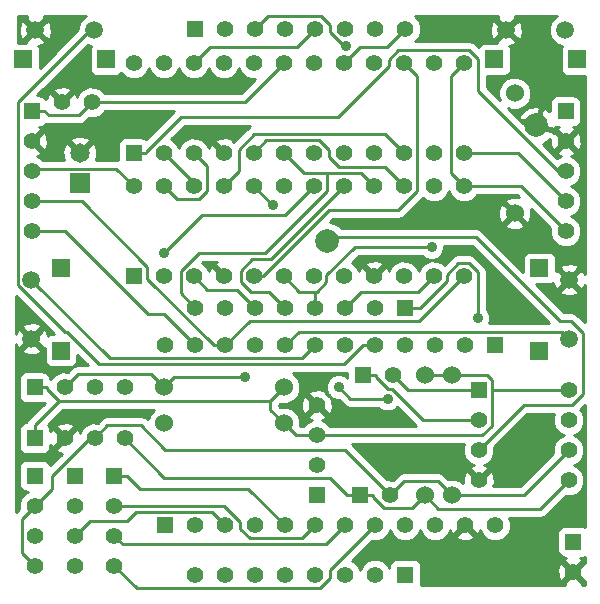
<source format=gtl>
G04 (created by PCBNEW (2013-07-07 BZR 4022)-stable) date 01/06/2014 18:16:58*
%MOIN*%
G04 Gerber Fmt 3.4, Leading zero omitted, Abs format*
%FSLAX34Y34*%
G01*
G70*
G90*
G04 APERTURE LIST*
%ADD10C,0.00590551*%
%ADD11R,0.055X0.055*%
%ADD12C,0.055*%
%ADD13C,0.06*%
%ADD14R,0.065X0.065*%
%ADD15C,0.065*%
%ADD16C,0.0590551*%
%ADD17R,0.0590551X0.0590551*%
%ADD18C,0.0787402*%
%ADD19C,0.035*%
%ADD20C,0.01*%
G04 APERTURE END LIST*
G54D10*
G54D11*
X78750Y-29450D03*
G54D12*
X79750Y-29450D03*
X80750Y-29450D03*
X81750Y-29450D03*
X82750Y-29450D03*
X83750Y-29450D03*
X84750Y-29450D03*
X85750Y-29450D03*
G54D11*
X85750Y-47650D03*
G54D12*
X84750Y-47650D03*
X83750Y-47650D03*
X82750Y-47650D03*
X81750Y-47650D03*
X80750Y-47650D03*
X79750Y-47650D03*
X78750Y-47650D03*
G54D13*
X89400Y-31600D03*
X89400Y-35600D03*
X81700Y-42600D03*
X77700Y-42600D03*
G54D11*
X76700Y-33600D03*
G54D12*
X77700Y-33600D03*
X78700Y-33600D03*
X79700Y-33600D03*
X80700Y-33600D03*
X81700Y-33600D03*
X82700Y-33600D03*
X83700Y-33600D03*
X84700Y-33600D03*
X85700Y-33600D03*
X86700Y-33600D03*
X87700Y-33600D03*
X87700Y-30600D03*
X86700Y-30600D03*
X85700Y-30600D03*
X84700Y-30600D03*
X83700Y-30600D03*
X82700Y-30600D03*
X81700Y-30600D03*
X80700Y-30600D03*
X79700Y-30600D03*
X78700Y-30600D03*
X77700Y-30600D03*
X76700Y-30600D03*
G54D14*
X74900Y-34600D03*
G54D15*
X74900Y-33600D03*
G54D12*
X74300Y-31900D03*
X75300Y-31900D03*
G54D11*
X85750Y-38750D03*
G54D12*
X84750Y-38750D03*
X83750Y-38750D03*
X82750Y-38750D03*
X81750Y-38750D03*
X80750Y-38750D03*
X79750Y-38750D03*
X78750Y-38750D03*
G54D11*
X77750Y-46000D03*
G54D12*
X78750Y-46000D03*
X79750Y-46000D03*
X80750Y-46000D03*
X81750Y-46000D03*
X82750Y-46000D03*
X83750Y-46000D03*
X84750Y-46000D03*
X85750Y-46000D03*
X86750Y-46000D03*
X87750Y-46000D03*
X88750Y-46000D03*
G54D11*
X88750Y-40000D03*
G54D12*
X87750Y-40000D03*
X86750Y-40000D03*
X85750Y-40000D03*
X84750Y-40000D03*
X83750Y-40000D03*
X82750Y-40000D03*
X81750Y-40000D03*
X80750Y-40000D03*
X79750Y-40000D03*
X78750Y-40000D03*
X77750Y-40000D03*
G54D11*
X76700Y-37700D03*
G54D12*
X77700Y-37700D03*
X78700Y-37700D03*
X79700Y-37700D03*
X80700Y-37700D03*
X81700Y-37700D03*
X82700Y-37700D03*
X83700Y-37700D03*
X84700Y-37700D03*
X85700Y-37700D03*
X86700Y-37700D03*
X87700Y-37700D03*
X87700Y-34700D03*
X86700Y-34700D03*
X85700Y-34700D03*
X84700Y-34700D03*
X83700Y-34700D03*
X82700Y-34700D03*
X81700Y-34700D03*
X80700Y-34700D03*
X79700Y-34700D03*
X78700Y-34700D03*
X77700Y-34700D03*
X76700Y-34700D03*
G54D11*
X73400Y-43100D03*
G54D12*
X74400Y-43100D03*
X75400Y-43100D03*
X76400Y-43100D03*
G54D11*
X84250Y-45000D03*
G54D12*
X85250Y-45000D03*
G54D13*
X81700Y-41400D03*
X77700Y-41400D03*
X87300Y-45000D03*
X87300Y-41000D03*
X86400Y-45000D03*
X86400Y-41000D03*
G54D11*
X88200Y-41500D03*
G54D12*
X88200Y-42500D03*
X88200Y-43500D03*
X88200Y-44500D03*
X91200Y-44500D03*
X91200Y-43500D03*
X91200Y-42500D03*
X91200Y-41500D03*
G54D11*
X73400Y-41400D03*
G54D12*
X74400Y-41400D03*
X75400Y-41400D03*
X76400Y-41400D03*
G54D11*
X82800Y-45000D03*
G54D12*
X82800Y-44000D03*
X82800Y-43000D03*
X82800Y-42000D03*
G54D16*
X91209Y-39784D03*
X91209Y-37815D03*
G54D17*
X90225Y-40177D03*
X90225Y-37422D03*
G54D16*
X73290Y-37815D03*
X73290Y-39784D03*
G54D17*
X74274Y-37422D03*
X74274Y-40177D03*
G54D16*
X91084Y-29490D03*
X89115Y-29490D03*
G54D17*
X91477Y-30474D03*
X88722Y-30474D03*
G54D16*
X75384Y-29490D03*
X73415Y-29490D03*
G54D17*
X75777Y-30474D03*
X73022Y-30474D03*
G54D11*
X73300Y-32200D03*
G54D12*
X73300Y-33200D03*
X73300Y-34200D03*
X73300Y-35200D03*
X73300Y-36200D03*
G54D11*
X91100Y-32200D03*
G54D12*
X91100Y-33200D03*
X91100Y-34200D03*
X91100Y-35200D03*
X91100Y-36200D03*
G54D11*
X73400Y-44350D03*
G54D12*
X73400Y-45350D03*
X73400Y-46350D03*
X73400Y-47350D03*
G54D11*
X74750Y-44350D03*
G54D12*
X74750Y-45350D03*
X74750Y-46350D03*
X74750Y-47350D03*
G54D11*
X76050Y-44350D03*
G54D12*
X76050Y-45350D03*
X76050Y-46350D03*
X76050Y-47350D03*
G54D11*
X84350Y-41000D03*
G54D12*
X85350Y-41000D03*
G54D11*
X91350Y-46550D03*
G54D12*
X91350Y-47550D03*
G54D18*
X83156Y-36526D03*
X90111Y-32670D03*
G54D19*
X88161Y-39089D03*
X83790Y-30025D03*
X81347Y-35323D03*
X86628Y-36722D03*
X85163Y-41782D03*
X83528Y-41386D03*
X80412Y-41048D03*
X77717Y-36918D03*
G54D20*
X86258Y-38750D02*
X85750Y-38750D01*
X87137Y-37870D02*
X86258Y-38750D01*
X87137Y-37647D02*
X87137Y-37870D01*
X87510Y-37274D02*
X87137Y-37647D01*
X87877Y-37274D02*
X87510Y-37274D01*
X88161Y-37558D02*
X87877Y-37274D01*
X88161Y-39089D02*
X88161Y-37558D01*
X79139Y-34039D02*
X78700Y-33600D01*
X79139Y-34862D02*
X79139Y-34039D01*
X78874Y-35126D02*
X79139Y-34862D01*
X78126Y-35126D02*
X78874Y-35126D01*
X77700Y-34700D02*
X78126Y-35126D01*
X81188Y-29011D02*
X80750Y-29450D01*
X82929Y-29011D02*
X81188Y-29011D01*
X83250Y-29332D02*
X82929Y-29011D01*
X83250Y-29571D02*
X83250Y-29332D01*
X83703Y-30025D02*
X83250Y-29571D01*
X83790Y-30025D02*
X83703Y-30025D01*
X81323Y-35323D02*
X81347Y-35323D01*
X80700Y-34700D02*
X81323Y-35323D01*
X82150Y-30050D02*
X82750Y-29450D01*
X79250Y-30050D02*
X82150Y-30050D01*
X78700Y-30600D02*
X79250Y-30050D01*
X86137Y-31037D02*
X85700Y-30600D01*
X86137Y-34872D02*
X86137Y-31037D01*
X85518Y-35491D02*
X86137Y-34872D01*
X83207Y-35491D02*
X85518Y-35491D01*
X80998Y-37700D02*
X83207Y-35491D01*
X80700Y-37700D02*
X80998Y-37700D01*
X85150Y-30050D02*
X85750Y-29450D01*
X84250Y-30050D02*
X85150Y-30050D01*
X83700Y-30600D02*
X84250Y-30050D01*
X81125Y-33174D02*
X80700Y-33600D01*
X82890Y-33174D02*
X81125Y-33174D01*
X83200Y-33483D02*
X82890Y-33174D01*
X83200Y-33723D02*
X83200Y-33483D01*
X83550Y-34074D02*
X83200Y-33723D01*
X85074Y-34074D02*
X83550Y-34074D01*
X85700Y-34700D02*
X85074Y-34074D01*
X84269Y-38230D02*
X83750Y-38750D01*
X86169Y-38230D02*
X84269Y-38230D01*
X86700Y-37700D02*
X86169Y-38230D01*
X82750Y-38219D02*
X82750Y-38750D01*
X82219Y-38219D02*
X82750Y-38219D01*
X81700Y-37700D02*
X82219Y-38219D01*
X82795Y-38219D02*
X82750Y-38219D01*
X83125Y-37890D02*
X82795Y-38219D01*
X83125Y-37667D02*
X83125Y-37890D01*
X84070Y-36722D02*
X83125Y-37667D01*
X86628Y-36722D02*
X84070Y-36722D01*
X81219Y-38219D02*
X81750Y-38750D01*
X80617Y-38219D02*
X81219Y-38219D01*
X80274Y-37877D02*
X80617Y-38219D01*
X80274Y-37509D02*
X80274Y-37877D01*
X80653Y-37130D02*
X80274Y-37509D01*
X81269Y-37130D02*
X80653Y-37130D01*
X83700Y-34700D02*
X81269Y-37130D01*
X80154Y-38154D02*
X80750Y-38750D01*
X79154Y-38154D02*
X80154Y-38154D01*
X78700Y-37700D02*
X79154Y-38154D01*
X85060Y-32960D02*
X85700Y-33600D01*
X80714Y-32960D02*
X85060Y-32960D01*
X80200Y-33475D02*
X80714Y-32960D01*
X80200Y-34200D02*
X80200Y-33475D01*
X79700Y-34700D02*
X80200Y-34200D01*
X78267Y-38267D02*
X78750Y-38750D01*
X78267Y-37530D02*
X78267Y-38267D01*
X78880Y-36918D02*
X78267Y-37530D01*
X81090Y-36918D02*
X78880Y-36918D01*
X83148Y-34860D02*
X81090Y-36918D01*
X83148Y-34274D02*
X83148Y-34860D01*
X84274Y-34274D02*
X83148Y-34274D01*
X84700Y-34700D02*
X84274Y-34274D01*
X82374Y-34274D02*
X81700Y-33600D01*
X83148Y-34274D02*
X82374Y-34274D01*
X78700Y-34600D02*
X78700Y-34700D01*
X77700Y-33600D02*
X78700Y-34600D01*
X80525Y-44775D02*
X81750Y-46000D01*
X76900Y-44775D02*
X80525Y-44775D01*
X76475Y-44350D02*
X76900Y-44775D01*
X76050Y-44350D02*
X76475Y-44350D01*
X82319Y-46430D02*
X82750Y-46000D01*
X80561Y-46430D02*
X82319Y-46430D01*
X80250Y-46119D02*
X80561Y-46430D01*
X80250Y-45881D02*
X80250Y-46119D01*
X79718Y-45350D02*
X80250Y-45881D01*
X76050Y-45350D02*
X79718Y-45350D01*
X83119Y-46630D02*
X83750Y-46000D01*
X76330Y-46630D02*
X83119Y-46630D01*
X76050Y-46350D02*
X76330Y-46630D01*
X83250Y-47500D02*
X84750Y-46000D01*
X83250Y-47761D02*
X83250Y-47500D01*
X82915Y-48095D02*
X83250Y-47761D01*
X76795Y-48095D02*
X82915Y-48095D01*
X76050Y-47350D02*
X76795Y-48095D01*
X84250Y-45000D02*
X83824Y-45000D01*
X77725Y-44425D02*
X76400Y-43100D01*
X83250Y-44425D02*
X77725Y-44425D01*
X83824Y-45000D02*
X83250Y-44425D01*
X86850Y-45450D02*
X86400Y-45000D01*
X90249Y-45450D02*
X86850Y-45450D01*
X91200Y-44500D02*
X90249Y-45450D01*
X84250Y-45000D02*
X84675Y-45000D01*
X84675Y-45053D02*
X84675Y-45000D01*
X85047Y-45425D02*
X84675Y-45053D01*
X85974Y-45425D02*
X85047Y-45425D01*
X86400Y-45000D02*
X85974Y-45425D01*
X89700Y-45000D02*
X87300Y-45000D01*
X91200Y-43500D02*
X89700Y-45000D01*
X85708Y-44541D02*
X85250Y-45000D01*
X86841Y-44541D02*
X85708Y-44541D01*
X87300Y-45000D02*
X86841Y-44541D01*
X75825Y-42674D02*
X75400Y-43100D01*
X76948Y-42674D02*
X75825Y-42674D01*
X77755Y-43480D02*
X76948Y-42674D01*
X83730Y-43480D02*
X77755Y-43480D01*
X85250Y-45000D02*
X83730Y-43480D01*
X73974Y-44775D02*
X73400Y-45350D01*
X73974Y-44362D02*
X73974Y-44775D01*
X75237Y-43100D02*
X73974Y-44362D01*
X75400Y-43100D02*
X75237Y-43100D01*
X72968Y-46918D02*
X73400Y-47350D01*
X72968Y-45781D02*
X72968Y-46918D01*
X73400Y-45350D02*
X72968Y-45781D01*
X77715Y-38965D02*
X78750Y-40000D01*
X77168Y-38965D02*
X77715Y-38965D01*
X74402Y-36200D02*
X77168Y-38965D01*
X73300Y-36200D02*
X74402Y-36200D01*
X89600Y-34700D02*
X87700Y-34700D01*
X91100Y-36200D02*
X89600Y-34700D01*
X87262Y-31037D02*
X87700Y-30600D01*
X87262Y-34262D02*
X87262Y-31037D01*
X87700Y-34700D02*
X87262Y-34262D01*
X79300Y-45550D02*
X79750Y-46000D01*
X76775Y-45550D02*
X79300Y-45550D01*
X76475Y-45850D02*
X76775Y-45550D01*
X75250Y-45850D02*
X76475Y-45850D01*
X74750Y-46350D02*
X75250Y-45850D01*
X84351Y-40000D02*
X84750Y-40000D01*
X83712Y-40639D02*
X84351Y-40000D01*
X75556Y-40639D02*
X83712Y-40639D01*
X74477Y-39559D02*
X75556Y-40639D01*
X74396Y-39559D02*
X74477Y-39559D01*
X72828Y-37991D02*
X74396Y-39559D01*
X72828Y-31906D02*
X72828Y-37991D01*
X75244Y-29490D02*
X72828Y-31906D01*
X75384Y-29490D02*
X75244Y-29490D01*
X83924Y-41782D02*
X83528Y-41386D01*
X85163Y-41782D02*
X83924Y-41782D01*
X82311Y-40438D02*
X82750Y-40000D01*
X75913Y-40438D02*
X82311Y-40438D01*
X73290Y-37815D02*
X75913Y-40438D01*
X82195Y-39554D02*
X81750Y-40000D01*
X90979Y-39554D02*
X82195Y-39554D01*
X91209Y-39784D02*
X90979Y-39554D01*
X78051Y-41048D02*
X77700Y-41400D01*
X80412Y-41048D02*
X78051Y-41048D01*
X77272Y-40972D02*
X77700Y-41400D01*
X74827Y-40972D02*
X77272Y-40972D01*
X74400Y-41400D02*
X74827Y-40972D01*
X89500Y-33600D02*
X87700Y-33600D01*
X91100Y-35200D02*
X89500Y-33600D01*
X80574Y-39175D02*
X79750Y-40000D01*
X86224Y-39175D02*
X80574Y-39175D01*
X87700Y-37700D02*
X86224Y-39175D01*
X79380Y-40000D02*
X79750Y-40000D01*
X77158Y-37777D02*
X79380Y-40000D01*
X77158Y-37387D02*
X77158Y-37777D01*
X74970Y-35200D02*
X77158Y-37387D01*
X73300Y-35200D02*
X74970Y-35200D01*
X76700Y-33600D02*
X77125Y-33600D01*
X90855Y-34200D02*
X91100Y-34200D01*
X88180Y-31524D02*
X90855Y-34200D01*
X88180Y-30453D02*
X88180Y-31524D01*
X87891Y-30164D02*
X88180Y-30453D01*
X85520Y-30164D02*
X87891Y-30164D01*
X85200Y-30484D02*
X85520Y-30164D01*
X85200Y-30706D02*
X85200Y-30484D01*
X83508Y-32397D02*
X85200Y-30706D01*
X78274Y-32397D02*
X83508Y-32397D01*
X77125Y-33546D02*
X78274Y-32397D01*
X77125Y-33600D02*
X77125Y-33546D01*
X76124Y-34124D02*
X76700Y-34700D01*
X73375Y-34124D02*
X76124Y-34124D01*
X73300Y-34200D02*
X73375Y-34124D01*
X78980Y-35654D02*
X77717Y-36918D01*
X81745Y-35654D02*
X78980Y-35654D01*
X82700Y-34700D02*
X81745Y-35654D01*
X83285Y-36397D02*
X83156Y-36526D01*
X88105Y-36397D02*
X83285Y-36397D01*
X90902Y-39194D02*
X88105Y-36397D01*
X91268Y-39194D02*
X90902Y-39194D01*
X91678Y-39603D02*
X91268Y-39194D01*
X91678Y-41625D02*
X91678Y-39603D01*
X91303Y-42000D02*
X91678Y-41625D01*
X89700Y-42000D02*
X91303Y-42000D01*
X88200Y-43500D02*
X89700Y-42000D01*
X85850Y-41500D02*
X85350Y-41000D01*
X88200Y-41500D02*
X85850Y-41500D01*
X84350Y-41000D02*
X84775Y-41000D01*
X84775Y-41053D02*
X84775Y-41000D01*
X85179Y-41457D02*
X84775Y-41053D01*
X85298Y-41457D02*
X85179Y-41457D01*
X86340Y-42500D02*
X85298Y-41457D01*
X88200Y-42500D02*
X86340Y-42500D01*
X73300Y-32200D02*
X73725Y-32200D01*
X74861Y-32338D02*
X75300Y-31900D01*
X73864Y-32338D02*
X74861Y-32338D01*
X73725Y-32200D02*
X73864Y-32338D01*
X80400Y-31900D02*
X81700Y-30600D01*
X75300Y-31900D02*
X80400Y-31900D01*
X87300Y-41000D02*
X86400Y-41000D01*
X91200Y-41500D02*
X88637Y-41500D01*
X88637Y-41156D02*
X88637Y-41500D01*
X88481Y-41000D02*
X88637Y-41156D01*
X87300Y-41000D02*
X88481Y-41000D01*
X88320Y-43000D02*
X82800Y-43000D01*
X88637Y-42683D02*
X88320Y-43000D01*
X88637Y-41500D02*
X88637Y-42683D01*
X73400Y-41400D02*
X73825Y-41400D01*
X73400Y-42674D02*
X73400Y-42674D01*
X74223Y-41851D02*
X73400Y-42674D01*
X73825Y-41453D02*
X73825Y-41400D01*
X74223Y-41851D02*
X73825Y-41453D01*
X73400Y-43100D02*
X73400Y-42674D01*
X82100Y-43000D02*
X81700Y-42600D01*
X82800Y-43000D02*
X82100Y-43000D01*
X81248Y-42148D02*
X81248Y-41851D01*
X81700Y-42600D02*
X81248Y-42148D01*
X81700Y-41400D02*
X81248Y-41851D01*
X81248Y-41851D02*
X74223Y-41851D01*
G54D10*
G36*
X75095Y-29019D02*
X75075Y-29028D01*
X74922Y-29181D01*
X74839Y-29381D01*
X74838Y-29471D01*
X73965Y-30344D01*
X73965Y-29571D01*
X73954Y-29354D01*
X73893Y-29205D01*
X73798Y-29178D01*
X73486Y-29490D01*
X73798Y-29802D01*
X73893Y-29775D01*
X73965Y-29571D01*
X73965Y-30344D01*
X73567Y-30743D01*
X73567Y-30720D01*
X73567Y-30130D01*
X73529Y-30038D01*
X73522Y-30031D01*
X73551Y-30029D01*
X73700Y-29967D01*
X73727Y-29873D01*
X73415Y-29561D01*
X73345Y-29631D01*
X73345Y-29490D01*
X73033Y-29178D01*
X72938Y-29205D01*
X72865Y-29409D01*
X72876Y-29626D01*
X72938Y-29775D01*
X73033Y-29802D01*
X73345Y-29490D01*
X73345Y-29631D01*
X73103Y-29873D01*
X73119Y-29929D01*
X72841Y-29929D01*
X72848Y-29019D01*
X73128Y-29019D01*
X73103Y-29108D01*
X73415Y-29419D01*
X73727Y-29108D01*
X73702Y-29019D01*
X75095Y-29019D01*
X75095Y-29019D01*
G37*
G54D20*
X75095Y-29019D02*
X75075Y-29028D01*
X74922Y-29181D01*
X74839Y-29381D01*
X74838Y-29471D01*
X73965Y-30344D01*
X73965Y-29571D01*
X73954Y-29354D01*
X73893Y-29205D01*
X73798Y-29178D01*
X73486Y-29490D01*
X73798Y-29802D01*
X73893Y-29775D01*
X73965Y-29571D01*
X73965Y-30344D01*
X73567Y-30743D01*
X73567Y-30720D01*
X73567Y-30130D01*
X73529Y-30038D01*
X73522Y-30031D01*
X73551Y-30029D01*
X73700Y-29967D01*
X73727Y-29873D01*
X73415Y-29561D01*
X73345Y-29631D01*
X73345Y-29490D01*
X73033Y-29178D01*
X72938Y-29205D01*
X72865Y-29409D01*
X72876Y-29626D01*
X72938Y-29775D01*
X73033Y-29802D01*
X73345Y-29490D01*
X73345Y-29631D01*
X73103Y-29873D01*
X73119Y-29929D01*
X72841Y-29929D01*
X72848Y-29019D01*
X73128Y-29019D01*
X73103Y-29108D01*
X73415Y-29419D01*
X73727Y-29108D01*
X73702Y-29019D01*
X75095Y-29019D01*
G54D10*
G36*
X76476Y-41405D02*
X76405Y-41476D01*
X76400Y-41470D01*
X76394Y-41476D01*
X76323Y-41405D01*
X76329Y-41400D01*
X76323Y-41394D01*
X76394Y-41323D01*
X76400Y-41329D01*
X76405Y-41323D01*
X76476Y-41394D01*
X76470Y-41400D01*
X76476Y-41405D01*
X76476Y-41405D01*
G37*
G54D20*
X76476Y-41405D02*
X76405Y-41476D01*
X76400Y-41470D01*
X76394Y-41476D01*
X76323Y-41405D01*
X76329Y-41400D01*
X76323Y-41394D01*
X76394Y-41323D01*
X76400Y-41329D01*
X76405Y-41323D01*
X76476Y-41394D01*
X76470Y-41400D01*
X76476Y-41405D01*
G54D10*
G36*
X77370Y-42151D02*
X77234Y-42288D01*
X77161Y-42462D01*
X77160Y-42461D01*
X77063Y-42396D01*
X76948Y-42374D01*
X75825Y-42374D01*
X75711Y-42396D01*
X75613Y-42461D01*
X75500Y-42575D01*
X75296Y-42574D01*
X75103Y-42654D01*
X74955Y-42802D01*
X74902Y-42928D01*
X74860Y-42827D01*
X74767Y-42802D01*
X74697Y-42873D01*
X74697Y-42732D01*
X74672Y-42639D01*
X74475Y-42570D01*
X74267Y-42581D01*
X74127Y-42639D01*
X74102Y-42732D01*
X74400Y-43029D01*
X74697Y-42732D01*
X74697Y-42873D01*
X74470Y-43100D01*
X74476Y-43105D01*
X74405Y-43176D01*
X74400Y-43170D01*
X74102Y-43467D01*
X74127Y-43560D01*
X74293Y-43619D01*
X73914Y-43999D01*
X73887Y-43933D01*
X73816Y-43863D01*
X73724Y-43825D01*
X73625Y-43824D01*
X73075Y-43824D01*
X72983Y-43862D01*
X72913Y-43933D01*
X72875Y-44025D01*
X72874Y-44124D01*
X72874Y-44674D01*
X72912Y-44766D01*
X72983Y-44836D01*
X73075Y-44874D01*
X73174Y-44875D01*
X73174Y-44875D01*
X73103Y-44904D01*
X72955Y-45052D01*
X72875Y-45245D01*
X72874Y-45450D01*
X72769Y-45556D01*
X72769Y-39964D01*
X72813Y-40069D01*
X72908Y-40096D01*
X73219Y-39784D01*
X72908Y-39472D01*
X72813Y-39499D01*
X72769Y-39621D01*
X72769Y-39184D01*
X72776Y-38363D01*
X74045Y-39632D01*
X73930Y-39632D01*
X73838Y-39670D01*
X73831Y-39677D01*
X73829Y-39648D01*
X73767Y-39499D01*
X73673Y-39472D01*
X73602Y-39543D01*
X73602Y-39401D01*
X73575Y-39306D01*
X73371Y-39234D01*
X73154Y-39245D01*
X73005Y-39306D01*
X72978Y-39401D01*
X73290Y-39713D01*
X73602Y-39401D01*
X73602Y-39543D01*
X73361Y-39784D01*
X73673Y-40096D01*
X73729Y-40080D01*
X73729Y-40522D01*
X73767Y-40614D01*
X73837Y-40685D01*
X73929Y-40723D01*
X74029Y-40723D01*
X74619Y-40723D01*
X74711Y-40685D01*
X74781Y-40615D01*
X74820Y-40523D01*
X74820Y-40423D01*
X74820Y-40326D01*
X75166Y-40672D01*
X74827Y-40672D01*
X74712Y-40695D01*
X74614Y-40760D01*
X74500Y-40875D01*
X74296Y-40874D01*
X74103Y-40954D01*
X73955Y-41102D01*
X73945Y-41126D01*
X73939Y-41122D01*
X73925Y-41119D01*
X73925Y-41075D01*
X73887Y-40983D01*
X73816Y-40913D01*
X73724Y-40875D01*
X73625Y-40874D01*
X73602Y-40874D01*
X73602Y-40166D01*
X73290Y-39854D01*
X72978Y-40166D01*
X73005Y-40261D01*
X73209Y-40334D01*
X73426Y-40323D01*
X73575Y-40261D01*
X73602Y-40166D01*
X73602Y-40874D01*
X73075Y-40874D01*
X72983Y-40912D01*
X72913Y-40983D01*
X72875Y-41075D01*
X72874Y-41174D01*
X72874Y-41724D01*
X72912Y-41816D01*
X72983Y-41886D01*
X73075Y-41924D01*
X73174Y-41925D01*
X73724Y-41925D01*
X73726Y-41924D01*
X73188Y-42462D01*
X73187Y-42462D01*
X73122Y-42560D01*
X73119Y-42574D01*
X73075Y-42574D01*
X72983Y-42612D01*
X72913Y-42683D01*
X72875Y-42775D01*
X72874Y-42874D01*
X72874Y-43424D01*
X72912Y-43516D01*
X72983Y-43586D01*
X73075Y-43624D01*
X73174Y-43625D01*
X73724Y-43625D01*
X73816Y-43587D01*
X73886Y-43516D01*
X73924Y-43424D01*
X73925Y-43337D01*
X73939Y-43372D01*
X74032Y-43397D01*
X74329Y-43100D01*
X74032Y-42802D01*
X73939Y-42827D01*
X73925Y-42868D01*
X73925Y-42775D01*
X73887Y-42683D01*
X73851Y-42647D01*
X74347Y-42151D01*
X77370Y-42151D01*
X77370Y-42151D01*
G37*
G54D20*
X77370Y-42151D02*
X77234Y-42288D01*
X77161Y-42462D01*
X77160Y-42461D01*
X77063Y-42396D01*
X76948Y-42374D01*
X75825Y-42374D01*
X75711Y-42396D01*
X75613Y-42461D01*
X75500Y-42575D01*
X75296Y-42574D01*
X75103Y-42654D01*
X74955Y-42802D01*
X74902Y-42928D01*
X74860Y-42827D01*
X74767Y-42802D01*
X74697Y-42873D01*
X74697Y-42732D01*
X74672Y-42639D01*
X74475Y-42570D01*
X74267Y-42581D01*
X74127Y-42639D01*
X74102Y-42732D01*
X74400Y-43029D01*
X74697Y-42732D01*
X74697Y-42873D01*
X74470Y-43100D01*
X74476Y-43105D01*
X74405Y-43176D01*
X74400Y-43170D01*
X74102Y-43467D01*
X74127Y-43560D01*
X74293Y-43619D01*
X73914Y-43999D01*
X73887Y-43933D01*
X73816Y-43863D01*
X73724Y-43825D01*
X73625Y-43824D01*
X73075Y-43824D01*
X72983Y-43862D01*
X72913Y-43933D01*
X72875Y-44025D01*
X72874Y-44124D01*
X72874Y-44674D01*
X72912Y-44766D01*
X72983Y-44836D01*
X73075Y-44874D01*
X73174Y-44875D01*
X73174Y-44875D01*
X73103Y-44904D01*
X72955Y-45052D01*
X72875Y-45245D01*
X72874Y-45450D01*
X72769Y-45556D01*
X72769Y-39964D01*
X72813Y-40069D01*
X72908Y-40096D01*
X73219Y-39784D01*
X72908Y-39472D01*
X72813Y-39499D01*
X72769Y-39621D01*
X72769Y-39184D01*
X72776Y-38363D01*
X74045Y-39632D01*
X73930Y-39632D01*
X73838Y-39670D01*
X73831Y-39677D01*
X73829Y-39648D01*
X73767Y-39499D01*
X73673Y-39472D01*
X73602Y-39543D01*
X73602Y-39401D01*
X73575Y-39306D01*
X73371Y-39234D01*
X73154Y-39245D01*
X73005Y-39306D01*
X72978Y-39401D01*
X73290Y-39713D01*
X73602Y-39401D01*
X73602Y-39543D01*
X73361Y-39784D01*
X73673Y-40096D01*
X73729Y-40080D01*
X73729Y-40522D01*
X73767Y-40614D01*
X73837Y-40685D01*
X73929Y-40723D01*
X74029Y-40723D01*
X74619Y-40723D01*
X74711Y-40685D01*
X74781Y-40615D01*
X74820Y-40523D01*
X74820Y-40423D01*
X74820Y-40326D01*
X75166Y-40672D01*
X74827Y-40672D01*
X74712Y-40695D01*
X74614Y-40760D01*
X74500Y-40875D01*
X74296Y-40874D01*
X74103Y-40954D01*
X73955Y-41102D01*
X73945Y-41126D01*
X73939Y-41122D01*
X73925Y-41119D01*
X73925Y-41075D01*
X73887Y-40983D01*
X73816Y-40913D01*
X73724Y-40875D01*
X73625Y-40874D01*
X73602Y-40874D01*
X73602Y-40166D01*
X73290Y-39854D01*
X72978Y-40166D01*
X73005Y-40261D01*
X73209Y-40334D01*
X73426Y-40323D01*
X73575Y-40261D01*
X73602Y-40166D01*
X73602Y-40874D01*
X73075Y-40874D01*
X72983Y-40912D01*
X72913Y-40983D01*
X72875Y-41075D01*
X72874Y-41174D01*
X72874Y-41724D01*
X72912Y-41816D01*
X72983Y-41886D01*
X73075Y-41924D01*
X73174Y-41925D01*
X73724Y-41925D01*
X73726Y-41924D01*
X73188Y-42462D01*
X73187Y-42462D01*
X73122Y-42560D01*
X73119Y-42574D01*
X73075Y-42574D01*
X72983Y-42612D01*
X72913Y-42683D01*
X72875Y-42775D01*
X72874Y-42874D01*
X72874Y-43424D01*
X72912Y-43516D01*
X72983Y-43586D01*
X73075Y-43624D01*
X73174Y-43625D01*
X73724Y-43625D01*
X73816Y-43587D01*
X73886Y-43516D01*
X73924Y-43424D01*
X73925Y-43337D01*
X73939Y-43372D01*
X74032Y-43397D01*
X74329Y-43100D01*
X74032Y-42802D01*
X73939Y-42827D01*
X73925Y-42868D01*
X73925Y-42775D01*
X73887Y-42683D01*
X73851Y-42647D01*
X74347Y-42151D01*
X77370Y-42151D01*
G54D10*
G36*
X78047Y-32200D02*
X77125Y-33122D01*
X77116Y-33113D01*
X77024Y-33075D01*
X76925Y-33074D01*
X76375Y-33074D01*
X76283Y-33112D01*
X76213Y-33183D01*
X76175Y-33275D01*
X76174Y-33374D01*
X76174Y-33834D01*
X76124Y-33824D01*
X75430Y-33824D01*
X75479Y-33687D01*
X75469Y-33459D01*
X75401Y-33297D01*
X75304Y-33266D01*
X75233Y-33337D01*
X75233Y-33195D01*
X75202Y-33098D01*
X74987Y-33020D01*
X74759Y-33030D01*
X74597Y-33098D01*
X74566Y-33195D01*
X74900Y-33529D01*
X75233Y-33195D01*
X75233Y-33337D01*
X74970Y-33600D01*
X74976Y-33605D01*
X74905Y-33676D01*
X74900Y-33670D01*
X74894Y-33676D01*
X74823Y-33605D01*
X74829Y-33600D01*
X74495Y-33266D01*
X74398Y-33297D01*
X74320Y-33512D01*
X74330Y-33740D01*
X74365Y-33824D01*
X73829Y-33824D01*
X73829Y-33275D01*
X73818Y-33067D01*
X73760Y-32927D01*
X73667Y-32902D01*
X73370Y-33200D01*
X73667Y-33497D01*
X73760Y-33472D01*
X73829Y-33275D01*
X73829Y-33824D01*
X73667Y-33824D01*
X73597Y-33755D01*
X73471Y-33702D01*
X73572Y-33660D01*
X73597Y-33567D01*
X73300Y-33270D01*
X73294Y-33276D01*
X73223Y-33205D01*
X73229Y-33200D01*
X73223Y-33194D01*
X73294Y-33123D01*
X73300Y-33129D01*
X73597Y-32832D01*
X73572Y-32739D01*
X73531Y-32725D01*
X73624Y-32725D01*
X73716Y-32687D01*
X73781Y-32622D01*
X73864Y-32638D01*
X74861Y-32638D01*
X74861Y-32638D01*
X74975Y-32616D01*
X74975Y-32616D01*
X75073Y-32551D01*
X75199Y-32424D01*
X75403Y-32425D01*
X75597Y-32345D01*
X75742Y-32200D01*
X78047Y-32200D01*
X78047Y-32200D01*
G37*
G54D20*
X78047Y-32200D02*
X77125Y-33122D01*
X77116Y-33113D01*
X77024Y-33075D01*
X76925Y-33074D01*
X76375Y-33074D01*
X76283Y-33112D01*
X76213Y-33183D01*
X76175Y-33275D01*
X76174Y-33374D01*
X76174Y-33834D01*
X76124Y-33824D01*
X75430Y-33824D01*
X75479Y-33687D01*
X75469Y-33459D01*
X75401Y-33297D01*
X75304Y-33266D01*
X75233Y-33337D01*
X75233Y-33195D01*
X75202Y-33098D01*
X74987Y-33020D01*
X74759Y-33030D01*
X74597Y-33098D01*
X74566Y-33195D01*
X74900Y-33529D01*
X75233Y-33195D01*
X75233Y-33337D01*
X74970Y-33600D01*
X74976Y-33605D01*
X74905Y-33676D01*
X74900Y-33670D01*
X74894Y-33676D01*
X74823Y-33605D01*
X74829Y-33600D01*
X74495Y-33266D01*
X74398Y-33297D01*
X74320Y-33512D01*
X74330Y-33740D01*
X74365Y-33824D01*
X73829Y-33824D01*
X73829Y-33275D01*
X73818Y-33067D01*
X73760Y-32927D01*
X73667Y-32902D01*
X73370Y-33200D01*
X73667Y-33497D01*
X73760Y-33472D01*
X73829Y-33275D01*
X73829Y-33824D01*
X73667Y-33824D01*
X73597Y-33755D01*
X73471Y-33702D01*
X73572Y-33660D01*
X73597Y-33567D01*
X73300Y-33270D01*
X73294Y-33276D01*
X73223Y-33205D01*
X73229Y-33200D01*
X73223Y-33194D01*
X73294Y-33123D01*
X73300Y-33129D01*
X73597Y-32832D01*
X73572Y-32739D01*
X73531Y-32725D01*
X73624Y-32725D01*
X73716Y-32687D01*
X73781Y-32622D01*
X73864Y-32638D01*
X74861Y-32638D01*
X74861Y-32638D01*
X74975Y-32616D01*
X74975Y-32616D01*
X75073Y-32551D01*
X75199Y-32424D01*
X75403Y-32425D01*
X75597Y-32345D01*
X75742Y-32200D01*
X78047Y-32200D01*
G54D10*
G36*
X79776Y-37705D02*
X79705Y-37776D01*
X79700Y-37770D01*
X79694Y-37776D01*
X79623Y-37705D01*
X79629Y-37700D01*
X79332Y-37402D01*
X79239Y-37427D01*
X79200Y-37537D01*
X79145Y-37403D01*
X78997Y-37255D01*
X78976Y-37246D01*
X79004Y-37218D01*
X79478Y-37218D01*
X79427Y-37239D01*
X79402Y-37332D01*
X79700Y-37629D01*
X79705Y-37623D01*
X79776Y-37694D01*
X79770Y-37700D01*
X79776Y-37705D01*
X79776Y-37705D01*
G37*
G54D20*
X79776Y-37705D02*
X79705Y-37776D01*
X79700Y-37770D01*
X79694Y-37776D01*
X79623Y-37705D01*
X79629Y-37700D01*
X79332Y-37402D01*
X79239Y-37427D01*
X79200Y-37537D01*
X79145Y-37403D01*
X78997Y-37255D01*
X78976Y-37246D01*
X79004Y-37218D01*
X79478Y-37218D01*
X79427Y-37239D01*
X79402Y-37332D01*
X79700Y-37629D01*
X79705Y-37623D01*
X79776Y-37694D01*
X79770Y-37700D01*
X79776Y-37705D01*
G54D10*
G36*
X80578Y-32697D02*
X80502Y-32748D01*
X80053Y-33197D01*
X80042Y-33186D01*
X79997Y-33232D01*
X79972Y-33139D01*
X79775Y-33070D01*
X79567Y-33081D01*
X79427Y-33139D01*
X79402Y-33232D01*
X79700Y-33529D01*
X79705Y-33523D01*
X79776Y-33594D01*
X79770Y-33600D01*
X79776Y-33605D01*
X79705Y-33676D01*
X79700Y-33670D01*
X79694Y-33676D01*
X79623Y-33605D01*
X79629Y-33600D01*
X79332Y-33302D01*
X79239Y-33327D01*
X79200Y-33437D01*
X79145Y-33303D01*
X78997Y-33155D01*
X78804Y-33075D01*
X78596Y-33074D01*
X78403Y-33154D01*
X78255Y-33302D01*
X78199Y-33435D01*
X78145Y-33303D01*
X77997Y-33155D01*
X77957Y-33138D01*
X78398Y-32697D01*
X80578Y-32697D01*
X80578Y-32697D01*
G37*
G54D20*
X80578Y-32697D02*
X80502Y-32748D01*
X80053Y-33197D01*
X80042Y-33186D01*
X79997Y-33232D01*
X79972Y-33139D01*
X79775Y-33070D01*
X79567Y-33081D01*
X79427Y-33139D01*
X79402Y-33232D01*
X79700Y-33529D01*
X79705Y-33523D01*
X79776Y-33594D01*
X79770Y-33600D01*
X79776Y-33605D01*
X79705Y-33676D01*
X79700Y-33670D01*
X79694Y-33676D01*
X79623Y-33605D01*
X79629Y-33600D01*
X79332Y-33302D01*
X79239Y-33327D01*
X79200Y-33437D01*
X79145Y-33303D01*
X78997Y-33155D01*
X78804Y-33075D01*
X78596Y-33074D01*
X78403Y-33154D01*
X78255Y-33302D01*
X78199Y-33435D01*
X78145Y-33303D01*
X77997Y-33155D01*
X77957Y-33138D01*
X78398Y-32697D01*
X80578Y-32697D01*
G54D10*
G36*
X80750Y-31125D02*
X80275Y-31600D01*
X75742Y-31600D01*
X75597Y-31455D01*
X75404Y-31375D01*
X75196Y-31374D01*
X75003Y-31454D01*
X74855Y-31602D01*
X74802Y-31728D01*
X74760Y-31627D01*
X74667Y-31602D01*
X74597Y-31673D01*
X74597Y-31532D01*
X74572Y-31439D01*
X74375Y-31370D01*
X74167Y-31381D01*
X74027Y-31439D01*
X74002Y-31532D01*
X74300Y-31829D01*
X74597Y-31532D01*
X74597Y-31673D01*
X74370Y-31900D01*
X74376Y-31905D01*
X74305Y-31976D01*
X74300Y-31970D01*
X74294Y-31976D01*
X74223Y-31905D01*
X74229Y-31900D01*
X73932Y-31602D01*
X73839Y-31627D01*
X73785Y-31781D01*
X73716Y-31713D01*
X73624Y-31675D01*
X73525Y-31674D01*
X73484Y-31674D01*
X75167Y-29991D01*
X75273Y-30035D01*
X75270Y-30037D01*
X75232Y-30129D01*
X75232Y-30229D01*
X75232Y-30819D01*
X75270Y-30911D01*
X75340Y-30981D01*
X75432Y-31020D01*
X75532Y-31020D01*
X76122Y-31020D01*
X76214Y-30982D01*
X76277Y-30919D01*
X76402Y-31044D01*
X76595Y-31124D01*
X76803Y-31125D01*
X76997Y-31045D01*
X77144Y-30897D01*
X77200Y-30764D01*
X77254Y-30897D01*
X77402Y-31044D01*
X77595Y-31124D01*
X77803Y-31125D01*
X77997Y-31045D01*
X78144Y-30897D01*
X78200Y-30764D01*
X78254Y-30897D01*
X78402Y-31044D01*
X78595Y-31124D01*
X78803Y-31125D01*
X78997Y-31045D01*
X79144Y-30897D01*
X79200Y-30764D01*
X79254Y-30897D01*
X79402Y-31044D01*
X79595Y-31124D01*
X79803Y-31125D01*
X79997Y-31045D01*
X80144Y-30897D01*
X80200Y-30764D01*
X80254Y-30897D01*
X80402Y-31044D01*
X80595Y-31124D01*
X80750Y-31125D01*
X80750Y-31125D01*
G37*
G54D20*
X80750Y-31125D02*
X80275Y-31600D01*
X75742Y-31600D01*
X75597Y-31455D01*
X75404Y-31375D01*
X75196Y-31374D01*
X75003Y-31454D01*
X74855Y-31602D01*
X74802Y-31728D01*
X74760Y-31627D01*
X74667Y-31602D01*
X74597Y-31673D01*
X74597Y-31532D01*
X74572Y-31439D01*
X74375Y-31370D01*
X74167Y-31381D01*
X74027Y-31439D01*
X74002Y-31532D01*
X74300Y-31829D01*
X74597Y-31532D01*
X74597Y-31673D01*
X74370Y-31900D01*
X74376Y-31905D01*
X74305Y-31976D01*
X74300Y-31970D01*
X74294Y-31976D01*
X74223Y-31905D01*
X74229Y-31900D01*
X73932Y-31602D01*
X73839Y-31627D01*
X73785Y-31781D01*
X73716Y-31713D01*
X73624Y-31675D01*
X73525Y-31674D01*
X73484Y-31674D01*
X75167Y-29991D01*
X75273Y-30035D01*
X75270Y-30037D01*
X75232Y-30129D01*
X75232Y-30229D01*
X75232Y-30819D01*
X75270Y-30911D01*
X75340Y-30981D01*
X75432Y-31020D01*
X75532Y-31020D01*
X76122Y-31020D01*
X76214Y-30982D01*
X76277Y-30919D01*
X76402Y-31044D01*
X76595Y-31124D01*
X76803Y-31125D01*
X76997Y-31045D01*
X77144Y-30897D01*
X77200Y-30764D01*
X77254Y-30897D01*
X77402Y-31044D01*
X77595Y-31124D01*
X77803Y-31125D01*
X77997Y-31045D01*
X78144Y-30897D01*
X78200Y-30764D01*
X78254Y-30897D01*
X78402Y-31044D01*
X78595Y-31124D01*
X78803Y-31125D01*
X78997Y-31045D01*
X79144Y-30897D01*
X79200Y-30764D01*
X79254Y-30897D01*
X79402Y-31044D01*
X79595Y-31124D01*
X79803Y-31125D01*
X79997Y-31045D01*
X80144Y-30897D01*
X80200Y-30764D01*
X80254Y-30897D01*
X80402Y-31044D01*
X80595Y-31124D01*
X80750Y-31125D01*
G54D10*
G36*
X82876Y-44005D02*
X82805Y-44076D01*
X82800Y-44070D01*
X82794Y-44076D01*
X82723Y-44005D01*
X82729Y-44000D01*
X82723Y-43994D01*
X82794Y-43923D01*
X82800Y-43929D01*
X82805Y-43923D01*
X82876Y-43994D01*
X82870Y-44000D01*
X82876Y-44005D01*
X82876Y-44005D01*
G37*
G54D20*
X82876Y-44005D02*
X82805Y-44076D01*
X82800Y-44070D01*
X82794Y-44076D01*
X82723Y-44005D01*
X82729Y-44000D01*
X82723Y-43994D01*
X82794Y-43923D01*
X82800Y-43929D01*
X82805Y-43923D01*
X82876Y-43994D01*
X82870Y-44000D01*
X82876Y-44005D01*
G54D10*
G36*
X84776Y-33605D02*
X84705Y-33676D01*
X84700Y-33670D01*
X84694Y-33676D01*
X84623Y-33605D01*
X84629Y-33600D01*
X84623Y-33594D01*
X84694Y-33523D01*
X84700Y-33529D01*
X84705Y-33523D01*
X84776Y-33594D01*
X84770Y-33600D01*
X84776Y-33605D01*
X84776Y-33605D01*
G37*
G54D20*
X84776Y-33605D02*
X84705Y-33676D01*
X84700Y-33670D01*
X84694Y-33676D01*
X84623Y-33605D01*
X84629Y-33600D01*
X84623Y-33594D01*
X84694Y-33523D01*
X84700Y-33529D01*
X84705Y-33523D01*
X84776Y-33594D01*
X84770Y-33600D01*
X84776Y-33605D01*
G54D10*
G36*
X86116Y-42700D02*
X83329Y-42700D01*
X83242Y-42700D01*
X83097Y-42555D01*
X82971Y-42502D01*
X83072Y-42460D01*
X83097Y-42367D01*
X82800Y-42070D01*
X82729Y-42141D01*
X82729Y-42000D01*
X82432Y-41702D01*
X82339Y-41727D01*
X82270Y-41924D01*
X82281Y-42132D01*
X82339Y-42272D01*
X82432Y-42297D01*
X82729Y-42000D01*
X82729Y-42141D01*
X82502Y-42367D01*
X82527Y-42460D01*
X82637Y-42499D01*
X82503Y-42554D01*
X82357Y-42700D01*
X82249Y-42700D01*
X82250Y-42491D01*
X82166Y-42288D01*
X82011Y-42134D01*
X81809Y-42050D01*
X81591Y-42049D01*
X81579Y-42054D01*
X81548Y-42024D01*
X81548Y-41975D01*
X81578Y-41945D01*
X81590Y-41949D01*
X81808Y-41950D01*
X82011Y-41866D01*
X82165Y-41711D01*
X82249Y-41509D01*
X82250Y-41291D01*
X82166Y-41088D01*
X82017Y-40939D01*
X83712Y-40939D01*
X83712Y-40939D01*
X83824Y-40916D01*
X83824Y-41082D01*
X83769Y-41026D01*
X83613Y-40962D01*
X83444Y-40961D01*
X83287Y-41026D01*
X83168Y-41145D01*
X83103Y-41302D01*
X83103Y-41471D01*
X83157Y-41601D01*
X83142Y-41586D01*
X83097Y-41632D01*
X83072Y-41539D01*
X82875Y-41470D01*
X82667Y-41481D01*
X82527Y-41539D01*
X82502Y-41632D01*
X82800Y-41929D01*
X82805Y-41923D01*
X82876Y-41994D01*
X82870Y-42000D01*
X83167Y-42297D01*
X83260Y-42272D01*
X83329Y-42075D01*
X83318Y-41867D01*
X83260Y-41727D01*
X83167Y-41702D01*
X83205Y-41665D01*
X83287Y-41747D01*
X83443Y-41811D01*
X83529Y-41811D01*
X83712Y-41995D01*
X83809Y-42060D01*
X83924Y-42082D01*
X84862Y-42082D01*
X84922Y-42142D01*
X85078Y-42207D01*
X85247Y-42207D01*
X85404Y-42143D01*
X85482Y-42065D01*
X86116Y-42700D01*
X86116Y-42700D01*
G37*
G54D20*
X86116Y-42700D02*
X83329Y-42700D01*
X83242Y-42700D01*
X83097Y-42555D01*
X82971Y-42502D01*
X83072Y-42460D01*
X83097Y-42367D01*
X82800Y-42070D01*
X82729Y-42141D01*
X82729Y-42000D01*
X82432Y-41702D01*
X82339Y-41727D01*
X82270Y-41924D01*
X82281Y-42132D01*
X82339Y-42272D01*
X82432Y-42297D01*
X82729Y-42000D01*
X82729Y-42141D01*
X82502Y-42367D01*
X82527Y-42460D01*
X82637Y-42499D01*
X82503Y-42554D01*
X82357Y-42700D01*
X82249Y-42700D01*
X82250Y-42491D01*
X82166Y-42288D01*
X82011Y-42134D01*
X81809Y-42050D01*
X81591Y-42049D01*
X81579Y-42054D01*
X81548Y-42024D01*
X81548Y-41975D01*
X81578Y-41945D01*
X81590Y-41949D01*
X81808Y-41950D01*
X82011Y-41866D01*
X82165Y-41711D01*
X82249Y-41509D01*
X82250Y-41291D01*
X82166Y-41088D01*
X82017Y-40939D01*
X83712Y-40939D01*
X83712Y-40939D01*
X83824Y-40916D01*
X83824Y-41082D01*
X83769Y-41026D01*
X83613Y-40962D01*
X83444Y-40961D01*
X83287Y-41026D01*
X83168Y-41145D01*
X83103Y-41302D01*
X83103Y-41471D01*
X83157Y-41601D01*
X83142Y-41586D01*
X83097Y-41632D01*
X83072Y-41539D01*
X82875Y-41470D01*
X82667Y-41481D01*
X82527Y-41539D01*
X82502Y-41632D01*
X82800Y-41929D01*
X82805Y-41923D01*
X82876Y-41994D01*
X82870Y-42000D01*
X83167Y-42297D01*
X83260Y-42272D01*
X83329Y-42075D01*
X83318Y-41867D01*
X83260Y-41727D01*
X83167Y-41702D01*
X83205Y-41665D01*
X83287Y-41747D01*
X83443Y-41811D01*
X83529Y-41811D01*
X83712Y-41995D01*
X83809Y-42060D01*
X83924Y-42082D01*
X84862Y-42082D01*
X84922Y-42142D01*
X85078Y-42207D01*
X85247Y-42207D01*
X85404Y-42143D01*
X85482Y-42065D01*
X86116Y-42700D01*
G54D10*
G36*
X90538Y-39254D02*
X88552Y-39254D01*
X88586Y-39174D01*
X88586Y-39005D01*
X88521Y-38849D01*
X88461Y-38788D01*
X88461Y-37558D01*
X88461Y-37558D01*
X88438Y-37443D01*
X88373Y-37346D01*
X88373Y-37346D01*
X88089Y-37062D01*
X87992Y-36997D01*
X87877Y-36974D01*
X87510Y-36974D01*
X87395Y-36997D01*
X87297Y-37062D01*
X87051Y-37309D01*
X86997Y-37255D01*
X86804Y-37175D01*
X86596Y-37174D01*
X86403Y-37254D01*
X86255Y-37402D01*
X86199Y-37535D01*
X86145Y-37403D01*
X85997Y-37255D01*
X85804Y-37175D01*
X85596Y-37174D01*
X85403Y-37254D01*
X85255Y-37402D01*
X85202Y-37528D01*
X85160Y-37427D01*
X85067Y-37402D01*
X84997Y-37473D01*
X84997Y-37332D01*
X84972Y-37239D01*
X84775Y-37170D01*
X84567Y-37181D01*
X84427Y-37239D01*
X84402Y-37332D01*
X84700Y-37629D01*
X84997Y-37332D01*
X84997Y-37473D01*
X84770Y-37700D01*
X84776Y-37705D01*
X84705Y-37776D01*
X84700Y-37770D01*
X84694Y-37776D01*
X84623Y-37705D01*
X84629Y-37700D01*
X84332Y-37402D01*
X84239Y-37427D01*
X84200Y-37537D01*
X84145Y-37403D01*
X83997Y-37255D01*
X83972Y-37244D01*
X84194Y-37022D01*
X86327Y-37022D01*
X86387Y-37082D01*
X86543Y-37147D01*
X86712Y-37147D01*
X86868Y-37082D01*
X86988Y-36963D01*
X87053Y-36807D01*
X87053Y-36697D01*
X87981Y-36697D01*
X90538Y-39254D01*
X90538Y-39254D01*
G37*
G54D20*
X90538Y-39254D02*
X88552Y-39254D01*
X88586Y-39174D01*
X88586Y-39005D01*
X88521Y-38849D01*
X88461Y-38788D01*
X88461Y-37558D01*
X88461Y-37558D01*
X88438Y-37443D01*
X88373Y-37346D01*
X88373Y-37346D01*
X88089Y-37062D01*
X87992Y-36997D01*
X87877Y-36974D01*
X87510Y-36974D01*
X87395Y-36997D01*
X87297Y-37062D01*
X87051Y-37309D01*
X86997Y-37255D01*
X86804Y-37175D01*
X86596Y-37174D01*
X86403Y-37254D01*
X86255Y-37402D01*
X86199Y-37535D01*
X86145Y-37403D01*
X85997Y-37255D01*
X85804Y-37175D01*
X85596Y-37174D01*
X85403Y-37254D01*
X85255Y-37402D01*
X85202Y-37528D01*
X85160Y-37427D01*
X85067Y-37402D01*
X84997Y-37473D01*
X84997Y-37332D01*
X84972Y-37239D01*
X84775Y-37170D01*
X84567Y-37181D01*
X84427Y-37239D01*
X84402Y-37332D01*
X84700Y-37629D01*
X84997Y-37332D01*
X84997Y-37473D01*
X84770Y-37700D01*
X84776Y-37705D01*
X84705Y-37776D01*
X84700Y-37770D01*
X84694Y-37776D01*
X84623Y-37705D01*
X84629Y-37700D01*
X84332Y-37402D01*
X84239Y-37427D01*
X84200Y-37537D01*
X84145Y-37403D01*
X83997Y-37255D01*
X83972Y-37244D01*
X84194Y-37022D01*
X86327Y-37022D01*
X86387Y-37082D01*
X86543Y-37147D01*
X86712Y-37147D01*
X86868Y-37082D01*
X86988Y-36963D01*
X87053Y-36807D01*
X87053Y-36697D01*
X87981Y-36697D01*
X90538Y-39254D01*
G54D10*
G36*
X91035Y-43000D02*
X90903Y-43054D01*
X90755Y-43202D01*
X90675Y-43395D01*
X90674Y-43600D01*
X89575Y-44700D01*
X88686Y-44700D01*
X88729Y-44575D01*
X88718Y-44367D01*
X88660Y-44227D01*
X88567Y-44202D01*
X88270Y-44500D01*
X88276Y-44505D01*
X88205Y-44576D01*
X88200Y-44570D01*
X88194Y-44576D01*
X88123Y-44505D01*
X88129Y-44500D01*
X87832Y-44202D01*
X87739Y-44227D01*
X87670Y-44424D01*
X87679Y-44601D01*
X87611Y-44534D01*
X87409Y-44450D01*
X87191Y-44449D01*
X87179Y-44454D01*
X87054Y-44329D01*
X86956Y-44264D01*
X86841Y-44241D01*
X85708Y-44241D01*
X85593Y-44264D01*
X85495Y-44329D01*
X85350Y-44475D01*
X85149Y-44474D01*
X83974Y-43300D01*
X87714Y-43300D01*
X87675Y-43395D01*
X87674Y-43603D01*
X87754Y-43797D01*
X87902Y-43944D01*
X88028Y-43997D01*
X87927Y-44039D01*
X87902Y-44132D01*
X88200Y-44429D01*
X88497Y-44132D01*
X88472Y-44039D01*
X88362Y-44000D01*
X88497Y-43945D01*
X88644Y-43797D01*
X88724Y-43604D01*
X88725Y-43399D01*
X89824Y-42300D01*
X90714Y-42300D01*
X90675Y-42395D01*
X90674Y-42603D01*
X90754Y-42797D01*
X90902Y-42944D01*
X91035Y-43000D01*
X91035Y-43000D01*
G37*
G54D20*
X91035Y-43000D02*
X90903Y-43054D01*
X90755Y-43202D01*
X90675Y-43395D01*
X90674Y-43600D01*
X89575Y-44700D01*
X88686Y-44700D01*
X88729Y-44575D01*
X88718Y-44367D01*
X88660Y-44227D01*
X88567Y-44202D01*
X88270Y-44500D01*
X88276Y-44505D01*
X88205Y-44576D01*
X88200Y-44570D01*
X88194Y-44576D01*
X88123Y-44505D01*
X88129Y-44500D01*
X87832Y-44202D01*
X87739Y-44227D01*
X87670Y-44424D01*
X87679Y-44601D01*
X87611Y-44534D01*
X87409Y-44450D01*
X87191Y-44449D01*
X87179Y-44454D01*
X87054Y-44329D01*
X86956Y-44264D01*
X86841Y-44241D01*
X85708Y-44241D01*
X85593Y-44264D01*
X85495Y-44329D01*
X85350Y-44475D01*
X85149Y-44474D01*
X83974Y-43300D01*
X87714Y-43300D01*
X87675Y-43395D01*
X87674Y-43603D01*
X87754Y-43797D01*
X87902Y-43944D01*
X88028Y-43997D01*
X87927Y-44039D01*
X87902Y-44132D01*
X88200Y-44429D01*
X88497Y-44132D01*
X88472Y-44039D01*
X88362Y-44000D01*
X88497Y-43945D01*
X88644Y-43797D01*
X88724Y-43604D01*
X88725Y-43399D01*
X89824Y-42300D01*
X90714Y-42300D01*
X90675Y-42395D01*
X90674Y-42603D01*
X90754Y-42797D01*
X90902Y-42944D01*
X91035Y-43000D01*
G54D10*
G36*
X91730Y-39231D02*
X91521Y-39022D01*
X91521Y-38198D01*
X91209Y-37886D01*
X90897Y-38198D01*
X90924Y-38293D01*
X91128Y-38365D01*
X91345Y-38354D01*
X91494Y-38293D01*
X91521Y-38198D01*
X91521Y-39022D01*
X91480Y-38981D01*
X91382Y-38916D01*
X91268Y-38894D01*
X91026Y-38894D01*
X90099Y-37967D01*
X90569Y-37967D01*
X90661Y-37929D01*
X90668Y-37922D01*
X90670Y-37951D01*
X90732Y-38100D01*
X90826Y-38127D01*
X91138Y-37815D01*
X90826Y-37503D01*
X90770Y-37519D01*
X90770Y-37077D01*
X90732Y-36985D01*
X90662Y-36914D01*
X90570Y-36876D01*
X90470Y-36876D01*
X89880Y-36876D01*
X89788Y-36914D01*
X89718Y-36984D01*
X89715Y-36991D01*
X89715Y-35985D01*
X89400Y-35670D01*
X89329Y-35741D01*
X89329Y-35600D01*
X89014Y-35284D01*
X88918Y-35312D01*
X88845Y-35518D01*
X88856Y-35736D01*
X88918Y-35887D01*
X89014Y-35915D01*
X89329Y-35600D01*
X89329Y-35741D01*
X89084Y-35985D01*
X89112Y-36081D01*
X89318Y-36154D01*
X89536Y-36143D01*
X89687Y-36081D01*
X89715Y-35985D01*
X89715Y-36991D01*
X89679Y-37076D01*
X89679Y-37176D01*
X89679Y-37547D01*
X88317Y-36185D01*
X88220Y-36120D01*
X88105Y-36097D01*
X83637Y-36097D01*
X83521Y-35981D01*
X83284Y-35882D01*
X83239Y-35882D01*
X83331Y-35791D01*
X85518Y-35791D01*
X85518Y-35791D01*
X85633Y-35768D01*
X85633Y-35768D01*
X85730Y-35703D01*
X86345Y-35088D01*
X86402Y-35144D01*
X86595Y-35224D01*
X86803Y-35225D01*
X86997Y-35145D01*
X87144Y-34997D01*
X87200Y-34864D01*
X87254Y-34997D01*
X87402Y-35144D01*
X87595Y-35224D01*
X87803Y-35225D01*
X87997Y-35145D01*
X88142Y-35000D01*
X89475Y-35000D01*
X89542Y-35066D01*
X89481Y-35045D01*
X89263Y-35056D01*
X89112Y-35118D01*
X89084Y-35214D01*
X89400Y-35529D01*
X89405Y-35523D01*
X89476Y-35594D01*
X89470Y-35600D01*
X89785Y-35915D01*
X89881Y-35887D01*
X89954Y-35681D01*
X89944Y-35468D01*
X90575Y-36099D01*
X90574Y-36303D01*
X90654Y-36497D01*
X90802Y-36644D01*
X90995Y-36724D01*
X91203Y-36725D01*
X91397Y-36645D01*
X91544Y-36497D01*
X91624Y-36304D01*
X91625Y-36096D01*
X91545Y-35903D01*
X91397Y-35755D01*
X91264Y-35699D01*
X91397Y-35645D01*
X91544Y-35497D01*
X91624Y-35304D01*
X91625Y-35096D01*
X91545Y-34903D01*
X91397Y-34755D01*
X91264Y-34699D01*
X91397Y-34645D01*
X91544Y-34497D01*
X91624Y-34304D01*
X91625Y-34096D01*
X91545Y-33903D01*
X91397Y-33755D01*
X91271Y-33702D01*
X91372Y-33660D01*
X91397Y-33567D01*
X91100Y-33270D01*
X90802Y-33567D01*
X90827Y-33660D01*
X90937Y-33699D01*
X90825Y-33745D01*
X90355Y-33275D01*
X90536Y-33166D01*
X90539Y-33169D01*
X90553Y-33156D01*
X90554Y-33155D01*
X90555Y-33153D01*
X90570Y-33138D01*
X90581Y-33332D01*
X90639Y-33472D01*
X90732Y-33497D01*
X91029Y-33200D01*
X90732Y-32902D01*
X90672Y-32918D01*
X90666Y-32882D01*
X90283Y-32772D01*
X90188Y-32676D01*
X90117Y-32747D01*
X90136Y-32766D01*
X90071Y-32991D01*
X89990Y-32911D01*
X90010Y-32843D01*
X90106Y-32747D01*
X90035Y-32676D01*
X90016Y-32695D01*
X89678Y-32598D01*
X89186Y-32106D01*
X89290Y-32149D01*
X89508Y-32150D01*
X89711Y-32066D01*
X89865Y-31911D01*
X89949Y-31709D01*
X89950Y-31491D01*
X89866Y-31288D01*
X89711Y-31134D01*
X89665Y-31114D01*
X89665Y-29571D01*
X89654Y-29354D01*
X89593Y-29205D01*
X89498Y-29178D01*
X89186Y-29490D01*
X89498Y-29802D01*
X89593Y-29775D01*
X89665Y-29571D01*
X89665Y-31114D01*
X89509Y-31050D01*
X89291Y-31049D01*
X89088Y-31133D01*
X88934Y-31288D01*
X88850Y-31490D01*
X88849Y-31708D01*
X88893Y-31813D01*
X88480Y-31400D01*
X88480Y-31020D01*
X89066Y-31020D01*
X89158Y-30982D01*
X89229Y-30911D01*
X89267Y-30820D01*
X89267Y-30720D01*
X89267Y-30130D01*
X89229Y-30038D01*
X89222Y-30031D01*
X89251Y-30029D01*
X89400Y-29967D01*
X89427Y-29873D01*
X89115Y-29561D01*
X89045Y-29631D01*
X89045Y-29490D01*
X88733Y-29178D01*
X88638Y-29205D01*
X88565Y-29409D01*
X88576Y-29626D01*
X88638Y-29775D01*
X88733Y-29802D01*
X89045Y-29490D01*
X89045Y-29631D01*
X88803Y-29873D01*
X88819Y-29929D01*
X88377Y-29929D01*
X88285Y-29967D01*
X88214Y-30037D01*
X88207Y-30056D01*
X88103Y-29952D01*
X88006Y-29887D01*
X87891Y-29864D01*
X86077Y-29864D01*
X86194Y-29747D01*
X86274Y-29554D01*
X86275Y-29346D01*
X86195Y-29153D01*
X86062Y-29019D01*
X88828Y-29019D01*
X88803Y-29108D01*
X89115Y-29419D01*
X89427Y-29108D01*
X89402Y-29019D01*
X90795Y-29019D01*
X90775Y-29028D01*
X90622Y-29181D01*
X90539Y-29381D01*
X90538Y-29598D01*
X90621Y-29799D01*
X90774Y-29952D01*
X90973Y-30035D01*
X90970Y-30037D01*
X90932Y-30129D01*
X90932Y-30229D01*
X90932Y-30819D01*
X90970Y-30911D01*
X91040Y-30981D01*
X91132Y-31020D01*
X91232Y-31020D01*
X91730Y-31020D01*
X91730Y-37635D01*
X91686Y-37530D01*
X91629Y-37514D01*
X91629Y-33275D01*
X91625Y-33186D01*
X91625Y-32425D01*
X91625Y-31875D01*
X91587Y-31783D01*
X91516Y-31713D01*
X91424Y-31675D01*
X91325Y-31674D01*
X90775Y-31674D01*
X90683Y-31712D01*
X90613Y-31783D01*
X90575Y-31875D01*
X90574Y-31974D01*
X90574Y-32207D01*
X90539Y-32172D01*
X90533Y-32178D01*
X90433Y-32099D01*
X90322Y-32115D01*
X90226Y-32451D01*
X90226Y-32088D01*
X90141Y-32015D01*
X89888Y-32053D01*
X89669Y-32186D01*
X89539Y-32349D01*
X89556Y-32459D01*
X90077Y-32609D01*
X90226Y-32088D01*
X90226Y-32451D01*
X90213Y-32498D01*
X90117Y-32594D01*
X90188Y-32665D01*
X90207Y-32646D01*
X90694Y-32786D01*
X90754Y-32716D01*
X90775Y-32724D01*
X90862Y-32725D01*
X90827Y-32739D01*
X90802Y-32832D01*
X91100Y-33129D01*
X91397Y-32832D01*
X91372Y-32739D01*
X91331Y-32725D01*
X91424Y-32725D01*
X91516Y-32687D01*
X91586Y-32616D01*
X91624Y-32524D01*
X91625Y-32425D01*
X91625Y-33186D01*
X91618Y-33067D01*
X91560Y-32927D01*
X91467Y-32902D01*
X91170Y-33200D01*
X91467Y-33497D01*
X91560Y-33472D01*
X91629Y-33275D01*
X91629Y-37514D01*
X91591Y-37503D01*
X91521Y-37574D01*
X91521Y-37433D01*
X91494Y-37338D01*
X91290Y-37265D01*
X91073Y-37276D01*
X90924Y-37338D01*
X90897Y-37433D01*
X91209Y-37745D01*
X91521Y-37433D01*
X91521Y-37574D01*
X91280Y-37815D01*
X91591Y-38127D01*
X91686Y-38100D01*
X91730Y-37978D01*
X91730Y-39231D01*
X91730Y-39231D01*
G37*
G54D20*
X91730Y-39231D02*
X91521Y-39022D01*
X91521Y-38198D01*
X91209Y-37886D01*
X90897Y-38198D01*
X90924Y-38293D01*
X91128Y-38365D01*
X91345Y-38354D01*
X91494Y-38293D01*
X91521Y-38198D01*
X91521Y-39022D01*
X91480Y-38981D01*
X91382Y-38916D01*
X91268Y-38894D01*
X91026Y-38894D01*
X90099Y-37967D01*
X90569Y-37967D01*
X90661Y-37929D01*
X90668Y-37922D01*
X90670Y-37951D01*
X90732Y-38100D01*
X90826Y-38127D01*
X91138Y-37815D01*
X90826Y-37503D01*
X90770Y-37519D01*
X90770Y-37077D01*
X90732Y-36985D01*
X90662Y-36914D01*
X90570Y-36876D01*
X90470Y-36876D01*
X89880Y-36876D01*
X89788Y-36914D01*
X89718Y-36984D01*
X89715Y-36991D01*
X89715Y-35985D01*
X89400Y-35670D01*
X89329Y-35741D01*
X89329Y-35600D01*
X89014Y-35284D01*
X88918Y-35312D01*
X88845Y-35518D01*
X88856Y-35736D01*
X88918Y-35887D01*
X89014Y-35915D01*
X89329Y-35600D01*
X89329Y-35741D01*
X89084Y-35985D01*
X89112Y-36081D01*
X89318Y-36154D01*
X89536Y-36143D01*
X89687Y-36081D01*
X89715Y-35985D01*
X89715Y-36991D01*
X89679Y-37076D01*
X89679Y-37176D01*
X89679Y-37547D01*
X88317Y-36185D01*
X88220Y-36120D01*
X88105Y-36097D01*
X83637Y-36097D01*
X83521Y-35981D01*
X83284Y-35882D01*
X83239Y-35882D01*
X83331Y-35791D01*
X85518Y-35791D01*
X85518Y-35791D01*
X85633Y-35768D01*
X85633Y-35768D01*
X85730Y-35703D01*
X86345Y-35088D01*
X86402Y-35144D01*
X86595Y-35224D01*
X86803Y-35225D01*
X86997Y-35145D01*
X87144Y-34997D01*
X87200Y-34864D01*
X87254Y-34997D01*
X87402Y-35144D01*
X87595Y-35224D01*
X87803Y-35225D01*
X87997Y-35145D01*
X88142Y-35000D01*
X89475Y-35000D01*
X89542Y-35066D01*
X89481Y-35045D01*
X89263Y-35056D01*
X89112Y-35118D01*
X89084Y-35214D01*
X89400Y-35529D01*
X89405Y-35523D01*
X89476Y-35594D01*
X89470Y-35600D01*
X89785Y-35915D01*
X89881Y-35887D01*
X89954Y-35681D01*
X89944Y-35468D01*
X90575Y-36099D01*
X90574Y-36303D01*
X90654Y-36497D01*
X90802Y-36644D01*
X90995Y-36724D01*
X91203Y-36725D01*
X91397Y-36645D01*
X91544Y-36497D01*
X91624Y-36304D01*
X91625Y-36096D01*
X91545Y-35903D01*
X91397Y-35755D01*
X91264Y-35699D01*
X91397Y-35645D01*
X91544Y-35497D01*
X91624Y-35304D01*
X91625Y-35096D01*
X91545Y-34903D01*
X91397Y-34755D01*
X91264Y-34699D01*
X91397Y-34645D01*
X91544Y-34497D01*
X91624Y-34304D01*
X91625Y-34096D01*
X91545Y-33903D01*
X91397Y-33755D01*
X91271Y-33702D01*
X91372Y-33660D01*
X91397Y-33567D01*
X91100Y-33270D01*
X90802Y-33567D01*
X90827Y-33660D01*
X90937Y-33699D01*
X90825Y-33745D01*
X90355Y-33275D01*
X90536Y-33166D01*
X90539Y-33169D01*
X90553Y-33156D01*
X90554Y-33155D01*
X90555Y-33153D01*
X90570Y-33138D01*
X90581Y-33332D01*
X90639Y-33472D01*
X90732Y-33497D01*
X91029Y-33200D01*
X90732Y-32902D01*
X90672Y-32918D01*
X90666Y-32882D01*
X90283Y-32772D01*
X90188Y-32676D01*
X90117Y-32747D01*
X90136Y-32766D01*
X90071Y-32991D01*
X89990Y-32911D01*
X90010Y-32843D01*
X90106Y-32747D01*
X90035Y-32676D01*
X90016Y-32695D01*
X89678Y-32598D01*
X89186Y-32106D01*
X89290Y-32149D01*
X89508Y-32150D01*
X89711Y-32066D01*
X89865Y-31911D01*
X89949Y-31709D01*
X89950Y-31491D01*
X89866Y-31288D01*
X89711Y-31134D01*
X89665Y-31114D01*
X89665Y-29571D01*
X89654Y-29354D01*
X89593Y-29205D01*
X89498Y-29178D01*
X89186Y-29490D01*
X89498Y-29802D01*
X89593Y-29775D01*
X89665Y-29571D01*
X89665Y-31114D01*
X89509Y-31050D01*
X89291Y-31049D01*
X89088Y-31133D01*
X88934Y-31288D01*
X88850Y-31490D01*
X88849Y-31708D01*
X88893Y-31813D01*
X88480Y-31400D01*
X88480Y-31020D01*
X89066Y-31020D01*
X89158Y-30982D01*
X89229Y-30911D01*
X89267Y-30820D01*
X89267Y-30720D01*
X89267Y-30130D01*
X89229Y-30038D01*
X89222Y-30031D01*
X89251Y-30029D01*
X89400Y-29967D01*
X89427Y-29873D01*
X89115Y-29561D01*
X89045Y-29631D01*
X89045Y-29490D01*
X88733Y-29178D01*
X88638Y-29205D01*
X88565Y-29409D01*
X88576Y-29626D01*
X88638Y-29775D01*
X88733Y-29802D01*
X89045Y-29490D01*
X89045Y-29631D01*
X88803Y-29873D01*
X88819Y-29929D01*
X88377Y-29929D01*
X88285Y-29967D01*
X88214Y-30037D01*
X88207Y-30056D01*
X88103Y-29952D01*
X88006Y-29887D01*
X87891Y-29864D01*
X86077Y-29864D01*
X86194Y-29747D01*
X86274Y-29554D01*
X86275Y-29346D01*
X86195Y-29153D01*
X86062Y-29019D01*
X88828Y-29019D01*
X88803Y-29108D01*
X89115Y-29419D01*
X89427Y-29108D01*
X89402Y-29019D01*
X90795Y-29019D01*
X90775Y-29028D01*
X90622Y-29181D01*
X90539Y-29381D01*
X90538Y-29598D01*
X90621Y-29799D01*
X90774Y-29952D01*
X90973Y-30035D01*
X90970Y-30037D01*
X90932Y-30129D01*
X90932Y-30229D01*
X90932Y-30819D01*
X90970Y-30911D01*
X91040Y-30981D01*
X91132Y-31020D01*
X91232Y-31020D01*
X91730Y-31020D01*
X91730Y-37635D01*
X91686Y-37530D01*
X91629Y-37514D01*
X91629Y-33275D01*
X91625Y-33186D01*
X91625Y-32425D01*
X91625Y-31875D01*
X91587Y-31783D01*
X91516Y-31713D01*
X91424Y-31675D01*
X91325Y-31674D01*
X90775Y-31674D01*
X90683Y-31712D01*
X90613Y-31783D01*
X90575Y-31875D01*
X90574Y-31974D01*
X90574Y-32207D01*
X90539Y-32172D01*
X90533Y-32178D01*
X90433Y-32099D01*
X90322Y-32115D01*
X90226Y-32451D01*
X90226Y-32088D01*
X90141Y-32015D01*
X89888Y-32053D01*
X89669Y-32186D01*
X89539Y-32349D01*
X89556Y-32459D01*
X90077Y-32609D01*
X90226Y-32088D01*
X90226Y-32451D01*
X90213Y-32498D01*
X90117Y-32594D01*
X90188Y-32665D01*
X90207Y-32646D01*
X90694Y-32786D01*
X90754Y-32716D01*
X90775Y-32724D01*
X90862Y-32725D01*
X90827Y-32739D01*
X90802Y-32832D01*
X91100Y-33129D01*
X91397Y-32832D01*
X91372Y-32739D01*
X91331Y-32725D01*
X91424Y-32725D01*
X91516Y-32687D01*
X91586Y-32616D01*
X91624Y-32524D01*
X91625Y-32425D01*
X91625Y-33186D01*
X91618Y-33067D01*
X91560Y-32927D01*
X91467Y-32902D01*
X91170Y-33200D01*
X91467Y-33497D01*
X91560Y-33472D01*
X91629Y-33275D01*
X91629Y-37514D01*
X91591Y-37503D01*
X91521Y-37574D01*
X91521Y-37433D01*
X91494Y-37338D01*
X91290Y-37265D01*
X91073Y-37276D01*
X90924Y-37338D01*
X90897Y-37433D01*
X91209Y-37745D01*
X91521Y-37433D01*
X91521Y-37574D01*
X91280Y-37815D01*
X91591Y-38127D01*
X91686Y-38100D01*
X91730Y-37978D01*
X91730Y-39231D01*
G54D10*
G36*
X91730Y-47980D02*
X91630Y-47980D01*
X91647Y-47917D01*
X91350Y-47620D01*
X91279Y-47691D01*
X91279Y-47550D01*
X90982Y-47252D01*
X90889Y-47277D01*
X90820Y-47474D01*
X90831Y-47682D01*
X90889Y-47822D01*
X90982Y-47847D01*
X91279Y-47550D01*
X91279Y-47691D01*
X91052Y-47917D01*
X91069Y-47980D01*
X88047Y-47980D01*
X88047Y-46367D01*
X87750Y-46070D01*
X87452Y-46367D01*
X87477Y-46460D01*
X87674Y-46529D01*
X87882Y-46518D01*
X88022Y-46460D01*
X88047Y-46367D01*
X88047Y-47980D01*
X86272Y-47980D01*
X86274Y-47974D01*
X86275Y-47875D01*
X86275Y-47325D01*
X86237Y-47233D01*
X86166Y-47163D01*
X86074Y-47125D01*
X85975Y-47124D01*
X85425Y-47124D01*
X85333Y-47162D01*
X85263Y-47233D01*
X85225Y-47325D01*
X85224Y-47424D01*
X85224Y-47424D01*
X85195Y-47353D01*
X85047Y-47205D01*
X84854Y-47125D01*
X84646Y-47124D01*
X84453Y-47204D01*
X84305Y-47352D01*
X84249Y-47485D01*
X84195Y-47353D01*
X84047Y-47205D01*
X83992Y-47182D01*
X84649Y-46524D01*
X84853Y-46525D01*
X85047Y-46445D01*
X85194Y-46297D01*
X85250Y-46164D01*
X85304Y-46297D01*
X85452Y-46444D01*
X85645Y-46524D01*
X85853Y-46525D01*
X86047Y-46445D01*
X86194Y-46297D01*
X86250Y-46164D01*
X86304Y-46297D01*
X86452Y-46444D01*
X86645Y-46524D01*
X86853Y-46525D01*
X87047Y-46445D01*
X87194Y-46297D01*
X87247Y-46171D01*
X87289Y-46272D01*
X87382Y-46297D01*
X87679Y-46000D01*
X87673Y-45994D01*
X87744Y-45923D01*
X87750Y-45929D01*
X87755Y-45923D01*
X87826Y-45994D01*
X87820Y-46000D01*
X88117Y-46297D01*
X88210Y-46272D01*
X88249Y-46162D01*
X88304Y-46297D01*
X88452Y-46444D01*
X88645Y-46524D01*
X88853Y-46525D01*
X89047Y-46445D01*
X89194Y-46297D01*
X89274Y-46104D01*
X89275Y-45896D01*
X89214Y-45750D01*
X90249Y-45750D01*
X90249Y-45750D01*
X90364Y-45727D01*
X90364Y-45727D01*
X90461Y-45662D01*
X91099Y-45024D01*
X91303Y-45025D01*
X91497Y-44945D01*
X91644Y-44797D01*
X91724Y-44604D01*
X91725Y-44396D01*
X91645Y-44203D01*
X91497Y-44055D01*
X91364Y-43999D01*
X91497Y-43945D01*
X91644Y-43797D01*
X91724Y-43604D01*
X91725Y-43396D01*
X91645Y-43203D01*
X91497Y-43055D01*
X91364Y-42999D01*
X91497Y-42945D01*
X91644Y-42797D01*
X91724Y-42604D01*
X91725Y-42396D01*
X91645Y-42203D01*
X91585Y-42142D01*
X91730Y-41997D01*
X91730Y-46048D01*
X91674Y-46025D01*
X91575Y-46024D01*
X91025Y-46024D01*
X90933Y-46062D01*
X90863Y-46133D01*
X90825Y-46225D01*
X90824Y-46324D01*
X90824Y-46874D01*
X90862Y-46966D01*
X90933Y-47036D01*
X91025Y-47074D01*
X91112Y-47075D01*
X91077Y-47089D01*
X91052Y-47182D01*
X91350Y-47479D01*
X91647Y-47182D01*
X91622Y-47089D01*
X91581Y-47075D01*
X91674Y-47075D01*
X91730Y-47051D01*
X91730Y-47256D01*
X91717Y-47252D01*
X91420Y-47550D01*
X91717Y-47847D01*
X91730Y-47843D01*
X91730Y-47980D01*
X91730Y-47980D01*
G37*
G54D20*
X91730Y-47980D02*
X91630Y-47980D01*
X91647Y-47917D01*
X91350Y-47620D01*
X91279Y-47691D01*
X91279Y-47550D01*
X90982Y-47252D01*
X90889Y-47277D01*
X90820Y-47474D01*
X90831Y-47682D01*
X90889Y-47822D01*
X90982Y-47847D01*
X91279Y-47550D01*
X91279Y-47691D01*
X91052Y-47917D01*
X91069Y-47980D01*
X88047Y-47980D01*
X88047Y-46367D01*
X87750Y-46070D01*
X87452Y-46367D01*
X87477Y-46460D01*
X87674Y-46529D01*
X87882Y-46518D01*
X88022Y-46460D01*
X88047Y-46367D01*
X88047Y-47980D01*
X86272Y-47980D01*
X86274Y-47974D01*
X86275Y-47875D01*
X86275Y-47325D01*
X86237Y-47233D01*
X86166Y-47163D01*
X86074Y-47125D01*
X85975Y-47124D01*
X85425Y-47124D01*
X85333Y-47162D01*
X85263Y-47233D01*
X85225Y-47325D01*
X85224Y-47424D01*
X85224Y-47424D01*
X85195Y-47353D01*
X85047Y-47205D01*
X84854Y-47125D01*
X84646Y-47124D01*
X84453Y-47204D01*
X84305Y-47352D01*
X84249Y-47485D01*
X84195Y-47353D01*
X84047Y-47205D01*
X83992Y-47182D01*
X84649Y-46524D01*
X84853Y-46525D01*
X85047Y-46445D01*
X85194Y-46297D01*
X85250Y-46164D01*
X85304Y-46297D01*
X85452Y-46444D01*
X85645Y-46524D01*
X85853Y-46525D01*
X86047Y-46445D01*
X86194Y-46297D01*
X86250Y-46164D01*
X86304Y-46297D01*
X86452Y-46444D01*
X86645Y-46524D01*
X86853Y-46525D01*
X87047Y-46445D01*
X87194Y-46297D01*
X87247Y-46171D01*
X87289Y-46272D01*
X87382Y-46297D01*
X87679Y-46000D01*
X87673Y-45994D01*
X87744Y-45923D01*
X87750Y-45929D01*
X87755Y-45923D01*
X87826Y-45994D01*
X87820Y-46000D01*
X88117Y-46297D01*
X88210Y-46272D01*
X88249Y-46162D01*
X88304Y-46297D01*
X88452Y-46444D01*
X88645Y-46524D01*
X88853Y-46525D01*
X89047Y-46445D01*
X89194Y-46297D01*
X89274Y-46104D01*
X89275Y-45896D01*
X89214Y-45750D01*
X90249Y-45750D01*
X90249Y-45750D01*
X90364Y-45727D01*
X90364Y-45727D01*
X90461Y-45662D01*
X91099Y-45024D01*
X91303Y-45025D01*
X91497Y-44945D01*
X91644Y-44797D01*
X91724Y-44604D01*
X91725Y-44396D01*
X91645Y-44203D01*
X91497Y-44055D01*
X91364Y-43999D01*
X91497Y-43945D01*
X91644Y-43797D01*
X91724Y-43604D01*
X91725Y-43396D01*
X91645Y-43203D01*
X91497Y-43055D01*
X91364Y-42999D01*
X91497Y-42945D01*
X91644Y-42797D01*
X91724Y-42604D01*
X91725Y-42396D01*
X91645Y-42203D01*
X91585Y-42142D01*
X91730Y-41997D01*
X91730Y-46048D01*
X91674Y-46025D01*
X91575Y-46024D01*
X91025Y-46024D01*
X90933Y-46062D01*
X90863Y-46133D01*
X90825Y-46225D01*
X90824Y-46324D01*
X90824Y-46874D01*
X90862Y-46966D01*
X90933Y-47036D01*
X91025Y-47074D01*
X91112Y-47075D01*
X91077Y-47089D01*
X91052Y-47182D01*
X91350Y-47479D01*
X91647Y-47182D01*
X91622Y-47089D01*
X91581Y-47075D01*
X91674Y-47075D01*
X91730Y-47051D01*
X91730Y-47256D01*
X91717Y-47252D01*
X91420Y-47550D01*
X91717Y-47847D01*
X91730Y-47843D01*
X91730Y-47980D01*
M02*

</source>
